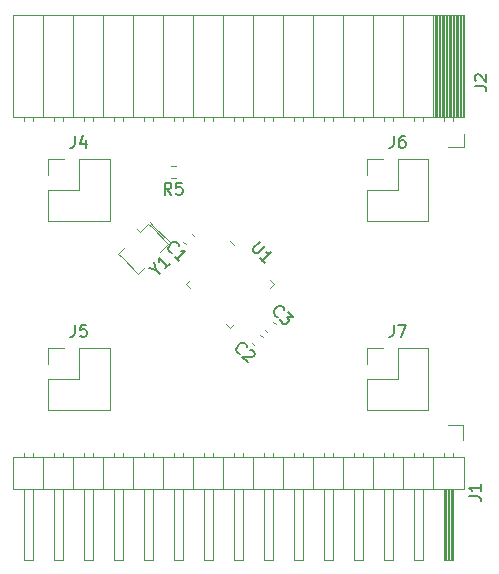
<source format=gto>
%TF.GenerationSoftware,KiCad,Pcbnew,7.0.1*%
%TF.CreationDate,2023-04-03T23:37:45-04:00*%
%TF.ProjectId,comm_v0p4,636f6d6d-5f76-4307-9034-2e6b69636164,rev?*%
%TF.SameCoordinates,Original*%
%TF.FileFunction,Legend,Top*%
%TF.FilePolarity,Positive*%
%FSLAX46Y46*%
G04 Gerber Fmt 4.6, Leading zero omitted, Abs format (unit mm)*
G04 Created by KiCad (PCBNEW 7.0.1) date 2023-04-03 23:37:45*
%MOMM*%
%LPD*%
G01*
G04 APERTURE LIST*
%ADD10C,0.150000*%
%ADD11C,0.120000*%
G04 APERTURE END LIST*
D10*
%TO.C,J7*%
X83166666Y-74922619D02*
X83166666Y-75636904D01*
X83166666Y-75636904D02*
X83119047Y-75779761D01*
X83119047Y-75779761D02*
X83023809Y-75875000D01*
X83023809Y-75875000D02*
X82880952Y-75922619D01*
X82880952Y-75922619D02*
X82785714Y-75922619D01*
X83547619Y-74922619D02*
X84214285Y-74922619D01*
X84214285Y-74922619D02*
X83785714Y-75922619D01*
%TO.C,J6*%
X83166666Y-58922619D02*
X83166666Y-59636904D01*
X83166666Y-59636904D02*
X83119047Y-59779761D01*
X83119047Y-59779761D02*
X83023809Y-59875000D01*
X83023809Y-59875000D02*
X82880952Y-59922619D01*
X82880952Y-59922619D02*
X82785714Y-59922619D01*
X84071428Y-58922619D02*
X83880952Y-58922619D01*
X83880952Y-58922619D02*
X83785714Y-58970238D01*
X83785714Y-58970238D02*
X83738095Y-59017857D01*
X83738095Y-59017857D02*
X83642857Y-59160714D01*
X83642857Y-59160714D02*
X83595238Y-59351190D01*
X83595238Y-59351190D02*
X83595238Y-59732142D01*
X83595238Y-59732142D02*
X83642857Y-59827380D01*
X83642857Y-59827380D02*
X83690476Y-59875000D01*
X83690476Y-59875000D02*
X83785714Y-59922619D01*
X83785714Y-59922619D02*
X83976190Y-59922619D01*
X83976190Y-59922619D02*
X84071428Y-59875000D01*
X84071428Y-59875000D02*
X84119047Y-59827380D01*
X84119047Y-59827380D02*
X84166666Y-59732142D01*
X84166666Y-59732142D02*
X84166666Y-59494047D01*
X84166666Y-59494047D02*
X84119047Y-59398809D01*
X84119047Y-59398809D02*
X84071428Y-59351190D01*
X84071428Y-59351190D02*
X83976190Y-59303571D01*
X83976190Y-59303571D02*
X83785714Y-59303571D01*
X83785714Y-59303571D02*
X83690476Y-59351190D01*
X83690476Y-59351190D02*
X83642857Y-59398809D01*
X83642857Y-59398809D02*
X83595238Y-59494047D01*
%TO.C,J5*%
X56166666Y-74922619D02*
X56166666Y-75636904D01*
X56166666Y-75636904D02*
X56119047Y-75779761D01*
X56119047Y-75779761D02*
X56023809Y-75875000D01*
X56023809Y-75875000D02*
X55880952Y-75922619D01*
X55880952Y-75922619D02*
X55785714Y-75922619D01*
X57119047Y-74922619D02*
X56642857Y-74922619D01*
X56642857Y-74922619D02*
X56595238Y-75398809D01*
X56595238Y-75398809D02*
X56642857Y-75351190D01*
X56642857Y-75351190D02*
X56738095Y-75303571D01*
X56738095Y-75303571D02*
X56976190Y-75303571D01*
X56976190Y-75303571D02*
X57071428Y-75351190D01*
X57071428Y-75351190D02*
X57119047Y-75398809D01*
X57119047Y-75398809D02*
X57166666Y-75494047D01*
X57166666Y-75494047D02*
X57166666Y-75732142D01*
X57166666Y-75732142D02*
X57119047Y-75827380D01*
X57119047Y-75827380D02*
X57071428Y-75875000D01*
X57071428Y-75875000D02*
X56976190Y-75922619D01*
X56976190Y-75922619D02*
X56738095Y-75922619D01*
X56738095Y-75922619D02*
X56642857Y-75875000D01*
X56642857Y-75875000D02*
X56595238Y-75827380D01*
%TO.C,J4*%
X56166666Y-58922619D02*
X56166666Y-59636904D01*
X56166666Y-59636904D02*
X56119047Y-59779761D01*
X56119047Y-59779761D02*
X56023809Y-59875000D01*
X56023809Y-59875000D02*
X55880952Y-59922619D01*
X55880952Y-59922619D02*
X55785714Y-59922619D01*
X57071428Y-59255952D02*
X57071428Y-59922619D01*
X56833333Y-58875000D02*
X56595238Y-59589285D01*
X56595238Y-59589285D02*
X57214285Y-59589285D01*
%TO.C,R5*%
X64333333Y-63892619D02*
X64000000Y-63416428D01*
X63761905Y-63892619D02*
X63761905Y-62892619D01*
X63761905Y-62892619D02*
X64142857Y-62892619D01*
X64142857Y-62892619D02*
X64238095Y-62940238D01*
X64238095Y-62940238D02*
X64285714Y-62987857D01*
X64285714Y-62987857D02*
X64333333Y-63083095D01*
X64333333Y-63083095D02*
X64333333Y-63225952D01*
X64333333Y-63225952D02*
X64285714Y-63321190D01*
X64285714Y-63321190D02*
X64238095Y-63368809D01*
X64238095Y-63368809D02*
X64142857Y-63416428D01*
X64142857Y-63416428D02*
X63761905Y-63416428D01*
X65238095Y-62892619D02*
X64761905Y-62892619D01*
X64761905Y-62892619D02*
X64714286Y-63368809D01*
X64714286Y-63368809D02*
X64761905Y-63321190D01*
X64761905Y-63321190D02*
X64857143Y-63273571D01*
X64857143Y-63273571D02*
X65095238Y-63273571D01*
X65095238Y-63273571D02*
X65190476Y-63321190D01*
X65190476Y-63321190D02*
X65238095Y-63368809D01*
X65238095Y-63368809D02*
X65285714Y-63464047D01*
X65285714Y-63464047D02*
X65285714Y-63702142D01*
X65285714Y-63702142D02*
X65238095Y-63797380D01*
X65238095Y-63797380D02*
X65190476Y-63845000D01*
X65190476Y-63845000D02*
X65095238Y-63892619D01*
X65095238Y-63892619D02*
X64857143Y-63892619D01*
X64857143Y-63892619D02*
X64761905Y-63845000D01*
X64761905Y-63845000D02*
X64714286Y-63797380D01*
%TO.C,C3*%
X73333534Y-74230763D02*
X73266191Y-74230763D01*
X73266191Y-74230763D02*
X73131504Y-74163420D01*
X73131504Y-74163420D02*
X73064160Y-74096076D01*
X73064160Y-74096076D02*
X72996817Y-73961389D01*
X72996817Y-73961389D02*
X72996817Y-73826702D01*
X72996817Y-73826702D02*
X73030488Y-73725687D01*
X73030488Y-73725687D02*
X73131504Y-73557328D01*
X73131504Y-73557328D02*
X73232519Y-73456313D01*
X73232519Y-73456313D02*
X73400878Y-73355298D01*
X73400878Y-73355298D02*
X73501893Y-73321626D01*
X73501893Y-73321626D02*
X73636580Y-73321626D01*
X73636580Y-73321626D02*
X73771267Y-73388969D01*
X73771267Y-73388969D02*
X73838610Y-73456313D01*
X73838610Y-73456313D02*
X73905954Y-73591000D01*
X73905954Y-73591000D02*
X73905954Y-73658343D01*
X74209000Y-73826702D02*
X74646732Y-74264435D01*
X74646732Y-74264435D02*
X74141656Y-74298107D01*
X74141656Y-74298107D02*
X74242671Y-74399122D01*
X74242671Y-74399122D02*
X74276343Y-74500137D01*
X74276343Y-74500137D02*
X74276343Y-74567481D01*
X74276343Y-74567481D02*
X74242671Y-74668496D01*
X74242671Y-74668496D02*
X74074313Y-74836855D01*
X74074313Y-74836855D02*
X73973297Y-74870527D01*
X73973297Y-74870527D02*
X73905954Y-74870527D01*
X73905954Y-74870527D02*
X73804939Y-74836855D01*
X73804939Y-74836855D02*
X73602908Y-74634824D01*
X73602908Y-74634824D02*
X73569236Y-74533809D01*
X73569236Y-74533809D02*
X73569236Y-74466466D01*
%TO.C,Y1*%
X63019371Y-70239863D02*
X63356089Y-70576580D01*
X62413280Y-70105176D02*
X63019371Y-70239863D01*
X63019371Y-70239863D02*
X62884684Y-69633771D01*
X64197883Y-69734786D02*
X63793822Y-70138847D01*
X63995852Y-69936817D02*
X63288746Y-69229710D01*
X63288746Y-69229710D02*
X63322417Y-69398069D01*
X63322417Y-69398069D02*
X63322417Y-69532756D01*
X63322417Y-69532756D02*
X63288746Y-69633771D01*
%TO.C,C1*%
X64411208Y-68803089D02*
X64343865Y-68803089D01*
X64343865Y-68803089D02*
X64209178Y-68735746D01*
X64209178Y-68735746D02*
X64141834Y-68668402D01*
X64141834Y-68668402D02*
X64074491Y-68533715D01*
X64074491Y-68533715D02*
X64074491Y-68399028D01*
X64074491Y-68399028D02*
X64108162Y-68298013D01*
X64108162Y-68298013D02*
X64209178Y-68129654D01*
X64209178Y-68129654D02*
X64310193Y-68028639D01*
X64310193Y-68028639D02*
X64478552Y-67927624D01*
X64478552Y-67927624D02*
X64579567Y-67893952D01*
X64579567Y-67893952D02*
X64714254Y-67893952D01*
X64714254Y-67893952D02*
X64848941Y-67961295D01*
X64848941Y-67961295D02*
X64916284Y-68028639D01*
X64916284Y-68028639D02*
X64983628Y-68163326D01*
X64983628Y-68163326D02*
X64983628Y-68230669D01*
X65017300Y-69543868D02*
X64613239Y-69139807D01*
X64815269Y-69341837D02*
X65522376Y-68634731D01*
X65522376Y-68634731D02*
X65354017Y-68668402D01*
X65354017Y-68668402D02*
X65219330Y-68668402D01*
X65219330Y-68668402D02*
X65118315Y-68634731D01*
%TO.C,C2*%
X70179388Y-77349553D02*
X70112045Y-77349553D01*
X70112045Y-77349553D02*
X69977358Y-77282210D01*
X69977358Y-77282210D02*
X69910014Y-77214866D01*
X69910014Y-77214866D02*
X69842671Y-77080179D01*
X69842671Y-77080179D02*
X69842671Y-76945492D01*
X69842671Y-76945492D02*
X69876342Y-76844477D01*
X69876342Y-76844477D02*
X69977358Y-76676118D01*
X69977358Y-76676118D02*
X70078373Y-76575103D01*
X70078373Y-76575103D02*
X70246732Y-76474088D01*
X70246732Y-76474088D02*
X70347747Y-76440416D01*
X70347747Y-76440416D02*
X70482434Y-76440416D01*
X70482434Y-76440416D02*
X70617121Y-76507759D01*
X70617121Y-76507759D02*
X70684464Y-76575103D01*
X70684464Y-76575103D02*
X70751808Y-76709790D01*
X70751808Y-76709790D02*
X70751808Y-76777133D01*
X71021182Y-77046508D02*
X71088525Y-77046508D01*
X71088525Y-77046508D02*
X71189541Y-77080179D01*
X71189541Y-77080179D02*
X71357899Y-77248538D01*
X71357899Y-77248538D02*
X71391571Y-77349553D01*
X71391571Y-77349553D02*
X71391571Y-77416897D01*
X71391571Y-77416897D02*
X71357899Y-77517912D01*
X71357899Y-77517912D02*
X71290556Y-77585256D01*
X71290556Y-77585256D02*
X71155869Y-77652599D01*
X71155869Y-77652599D02*
X70347747Y-77652599D01*
X70347747Y-77652599D02*
X70785480Y-78090332D01*
%TO.C,J1*%
X89512619Y-89418333D02*
X90226904Y-89418333D01*
X90226904Y-89418333D02*
X90369761Y-89465952D01*
X90369761Y-89465952D02*
X90465000Y-89561190D01*
X90465000Y-89561190D02*
X90512619Y-89704047D01*
X90512619Y-89704047D02*
X90512619Y-89799285D01*
X90512619Y-88418333D02*
X90512619Y-88989761D01*
X90512619Y-88704047D02*
X89512619Y-88704047D01*
X89512619Y-88704047D02*
X89655476Y-88799285D01*
X89655476Y-88799285D02*
X89750714Y-88894523D01*
X89750714Y-88894523D02*
X89798333Y-88989761D01*
%TO.C,J2*%
X90012619Y-54703333D02*
X90726904Y-54703333D01*
X90726904Y-54703333D02*
X90869761Y-54750952D01*
X90869761Y-54750952D02*
X90965000Y-54846190D01*
X90965000Y-54846190D02*
X91012619Y-54989047D01*
X91012619Y-54989047D02*
X91012619Y-55084285D01*
X90107857Y-54274761D02*
X90060238Y-54227142D01*
X90060238Y-54227142D02*
X90012619Y-54131904D01*
X90012619Y-54131904D02*
X90012619Y-53893809D01*
X90012619Y-53893809D02*
X90060238Y-53798571D01*
X90060238Y-53798571D02*
X90107857Y-53750952D01*
X90107857Y-53750952D02*
X90203095Y-53703333D01*
X90203095Y-53703333D02*
X90298333Y-53703333D01*
X90298333Y-53703333D02*
X90441190Y-53750952D01*
X90441190Y-53750952D02*
X91012619Y-54322380D01*
X91012619Y-54322380D02*
X91012619Y-53703333D01*
%TO.C,U1*%
X71842385Y-67867618D02*
X71269965Y-68440038D01*
X71269965Y-68440038D02*
X71236294Y-68541053D01*
X71236294Y-68541053D02*
X71236294Y-68608396D01*
X71236294Y-68608396D02*
X71269965Y-68709412D01*
X71269965Y-68709412D02*
X71404652Y-68844099D01*
X71404652Y-68844099D02*
X71505668Y-68877770D01*
X71505668Y-68877770D02*
X71573011Y-68877770D01*
X71573011Y-68877770D02*
X71674026Y-68844099D01*
X71674026Y-68844099D02*
X72246446Y-68271679D01*
X72246446Y-69685892D02*
X71842385Y-69281831D01*
X72044416Y-69483862D02*
X72751522Y-68776755D01*
X72751522Y-68776755D02*
X72583164Y-68810427D01*
X72583164Y-68810427D02*
X72448477Y-68810427D01*
X72448477Y-68810427D02*
X72347461Y-68776755D01*
D11*
%TO.C,J7*%
X80900000Y-79500000D02*
X80900000Y-82100000D01*
X80900000Y-76900000D02*
X80900000Y-78230000D01*
X82230000Y-76900000D02*
X80900000Y-76900000D01*
X83500000Y-79500000D02*
X80900000Y-79500000D01*
X83500000Y-76900000D02*
X83500000Y-79500000D01*
X86100000Y-82100000D02*
X80900000Y-82100000D01*
X86100000Y-76900000D02*
X83500000Y-76900000D01*
X86100000Y-76900000D02*
X86100000Y-82100000D01*
%TO.C,J6*%
X86100000Y-60900000D02*
X86100000Y-66100000D01*
X86100000Y-60900000D02*
X83500000Y-60900000D01*
X86100000Y-66100000D02*
X80900000Y-66100000D01*
X83500000Y-60900000D02*
X83500000Y-63500000D01*
X83500000Y-63500000D02*
X80900000Y-63500000D01*
X82230000Y-60900000D02*
X80900000Y-60900000D01*
X80900000Y-60900000D02*
X80900000Y-62230000D01*
X80900000Y-63500000D02*
X80900000Y-66100000D01*
%TO.C,J5*%
X59100000Y-76900000D02*
X59100000Y-82100000D01*
X59100000Y-76900000D02*
X56500000Y-76900000D01*
X59100000Y-82100000D02*
X53900000Y-82100000D01*
X56500000Y-76900000D02*
X56500000Y-79500000D01*
X56500000Y-79500000D02*
X53900000Y-79500000D01*
X55230000Y-76900000D02*
X53900000Y-76900000D01*
X53900000Y-76900000D02*
X53900000Y-78230000D01*
X53900000Y-79500000D02*
X53900000Y-82100000D01*
%TO.C,J4*%
X59100000Y-60900000D02*
X59100000Y-66100000D01*
X59100000Y-60900000D02*
X56500000Y-60900000D01*
X59100000Y-66100000D02*
X53900000Y-66100000D01*
X56500000Y-60900000D02*
X56500000Y-63500000D01*
X56500000Y-63500000D02*
X53900000Y-63500000D01*
X55230000Y-60900000D02*
X53900000Y-60900000D01*
X53900000Y-60900000D02*
X53900000Y-62230000D01*
X53900000Y-63500000D02*
X53900000Y-66100000D01*
%TO.C,R5*%
X64737258Y-62522500D02*
X64262742Y-62522500D01*
X64737258Y-61477500D02*
X64262742Y-61477500D01*
%TO.C,C3*%
X72961219Y-74639970D02*
X73160030Y-74838781D01*
X72239970Y-75361219D02*
X72438781Y-75560030D01*
%TO.C,Y1*%
X61527208Y-70619848D02*
X60112994Y-69205635D01*
X64214214Y-67932843D02*
X62800000Y-66518629D01*
X61668629Y-67084314D02*
X61385787Y-66801472D01*
X62658579Y-66660050D02*
X62375736Y-66377208D01*
X62800000Y-66518629D02*
X62517157Y-66235786D01*
X62658579Y-66660050D02*
X64072792Y-68074264D01*
X61668629Y-67084314D02*
X62375736Y-66377208D01*
X62092893Y-70054163D02*
X61527208Y-70619848D01*
X59830152Y-68922792D02*
X60395837Y-68357107D01*
X60112994Y-69205635D02*
X59830152Y-68922792D01*
X64072792Y-68074264D02*
X63365686Y-68781371D01*
%TO.C,C1*%
X65538781Y-68110030D02*
X65339970Y-67911219D01*
X66260030Y-67388781D02*
X66061219Y-67189970D01*
%TO.C,C2*%
X71861219Y-75739970D02*
X72060030Y-75938781D01*
X71139970Y-76461219D02*
X71338781Y-76660030D01*
%TO.C,J1*%
X51840000Y-94800000D02*
X51840000Y-88800000D01*
X52600000Y-94800000D02*
X51840000Y-94800000D01*
X54380000Y-94800000D02*
X54380000Y-88800000D01*
X55140000Y-94800000D02*
X54380000Y-94800000D01*
X56920000Y-94800000D02*
X56920000Y-88800000D01*
X57680000Y-94800000D02*
X56920000Y-94800000D01*
X59460000Y-94800000D02*
X59460000Y-88800000D01*
X60220000Y-94800000D02*
X59460000Y-94800000D01*
X62000000Y-94800000D02*
X62000000Y-88800000D01*
X62760000Y-94800000D02*
X62000000Y-94800000D01*
X64540000Y-94800000D02*
X64540000Y-88800000D01*
X65300000Y-94800000D02*
X64540000Y-94800000D01*
X67080000Y-94800000D02*
X67080000Y-88800000D01*
X67840000Y-94800000D02*
X67080000Y-94800000D01*
X69620000Y-94800000D02*
X69620000Y-88800000D01*
X70380000Y-94800000D02*
X69620000Y-94800000D01*
X72160000Y-94800000D02*
X72160000Y-88800000D01*
X72920000Y-94800000D02*
X72160000Y-94800000D01*
X74700000Y-94800000D02*
X74700000Y-88800000D01*
X75460000Y-94800000D02*
X74700000Y-94800000D01*
X77240000Y-94800000D02*
X77240000Y-88800000D01*
X78000000Y-94800000D02*
X77240000Y-94800000D01*
X79780000Y-94800000D02*
X79780000Y-88800000D01*
X80540000Y-94800000D02*
X79780000Y-94800000D01*
X82320000Y-94800000D02*
X82320000Y-88800000D01*
X83080000Y-94800000D02*
X82320000Y-94800000D01*
X84860000Y-94800000D02*
X84860000Y-88800000D01*
X85620000Y-94800000D02*
X84860000Y-94800000D01*
X87400000Y-94800000D02*
X87400000Y-88800000D01*
X88160000Y-94800000D02*
X87400000Y-94800000D01*
X50890000Y-88800000D02*
X89110000Y-88800000D01*
X52600000Y-88800000D02*
X52600000Y-94800000D01*
X55140000Y-88800000D02*
X55140000Y-94800000D01*
X57680000Y-88800000D02*
X57680000Y-94800000D01*
X60220000Y-88800000D02*
X60220000Y-94800000D01*
X62760000Y-88800000D02*
X62760000Y-94800000D01*
X65300000Y-88800000D02*
X65300000Y-94800000D01*
X67840000Y-88800000D02*
X67840000Y-94800000D01*
X70380000Y-88800000D02*
X70380000Y-94800000D01*
X72920000Y-88800000D02*
X72920000Y-94800000D01*
X75460000Y-88800000D02*
X75460000Y-94800000D01*
X78000000Y-88800000D02*
X78000000Y-94800000D01*
X80540000Y-88800000D02*
X80540000Y-94800000D01*
X83080000Y-88800000D02*
X83080000Y-94800000D01*
X85620000Y-88800000D02*
X85620000Y-94800000D01*
X87500000Y-88800000D02*
X87500000Y-94800000D01*
X87620000Y-88800000D02*
X87620000Y-94800000D01*
X87740000Y-88800000D02*
X87740000Y-94800000D01*
X87860000Y-88800000D02*
X87860000Y-94800000D01*
X87980000Y-88800000D02*
X87980000Y-94800000D01*
X88100000Y-88800000D02*
X88100000Y-94800000D01*
X88160000Y-88800000D02*
X88160000Y-94800000D01*
X89110000Y-88800000D02*
X89110000Y-86140000D01*
X50890000Y-86140000D02*
X50890000Y-88800000D01*
X53490000Y-86140000D02*
X53490000Y-88800000D01*
X56030000Y-86140000D02*
X56030000Y-88800000D01*
X58570000Y-86140000D02*
X58570000Y-88800000D01*
X61110000Y-86140000D02*
X61110000Y-88800000D01*
X63650000Y-86140000D02*
X63650000Y-88800000D01*
X66190000Y-86140000D02*
X66190000Y-88800000D01*
X68730000Y-86140000D02*
X68730000Y-88800000D01*
X71270000Y-86140000D02*
X71270000Y-88800000D01*
X73810000Y-86140000D02*
X73810000Y-88800000D01*
X76350000Y-86140000D02*
X76350000Y-88800000D01*
X78890000Y-86140000D02*
X78890000Y-88800000D01*
X81430000Y-86140000D02*
X81430000Y-88800000D01*
X83970000Y-86140000D02*
X83970000Y-88800000D01*
X86510000Y-86140000D02*
X86510000Y-88800000D01*
X89110000Y-86140000D02*
X50890000Y-86140000D01*
X87400000Y-85810000D02*
X87400000Y-86140000D01*
X88160000Y-85810000D02*
X88160000Y-86140000D01*
X51840000Y-85742929D02*
X51840000Y-86140000D01*
X52600000Y-85742929D02*
X52600000Y-86140000D01*
X54380000Y-85742929D02*
X54380000Y-86140000D01*
X55140000Y-85742929D02*
X55140000Y-86140000D01*
X56920000Y-85742929D02*
X56920000Y-86140000D01*
X57680000Y-85742929D02*
X57680000Y-86140000D01*
X59460000Y-85742929D02*
X59460000Y-86140000D01*
X60220000Y-85742929D02*
X60220000Y-86140000D01*
X62000000Y-85742929D02*
X62000000Y-86140000D01*
X62760000Y-85742929D02*
X62760000Y-86140000D01*
X64540000Y-85742929D02*
X64540000Y-86140000D01*
X65300000Y-85742929D02*
X65300000Y-86140000D01*
X67080000Y-85742929D02*
X67080000Y-86140000D01*
X67840000Y-85742929D02*
X67840000Y-86140000D01*
X69620000Y-85742929D02*
X69620000Y-86140000D01*
X70380000Y-85742929D02*
X70380000Y-86140000D01*
X72160000Y-85742929D02*
X72160000Y-86140000D01*
X72920000Y-85742929D02*
X72920000Y-86140000D01*
X74700000Y-85742929D02*
X74700000Y-86140000D01*
X75460000Y-85742929D02*
X75460000Y-86140000D01*
X77240000Y-85742929D02*
X77240000Y-86140000D01*
X78000000Y-85742929D02*
X78000000Y-86140000D01*
X79780000Y-85742929D02*
X79780000Y-86140000D01*
X80540000Y-85742929D02*
X80540000Y-86140000D01*
X82320000Y-85742929D02*
X82320000Y-86140000D01*
X83080000Y-85742929D02*
X83080000Y-86140000D01*
X84860000Y-85742929D02*
X84860000Y-86140000D01*
X85620000Y-85742929D02*
X85620000Y-86140000D01*
X87780000Y-83430000D02*
X89050000Y-83430000D01*
X89050000Y-83430000D02*
X89050000Y-84700000D01*
%TO.C,J2*%
X89110000Y-48660000D02*
X50890000Y-48660000D01*
X89110000Y-48660000D02*
X89110000Y-57290000D01*
X88990000Y-48660000D02*
X88990000Y-57290000D01*
X88871905Y-48660000D02*
X88871905Y-57290000D01*
X88753810Y-48660000D02*
X88753810Y-57290000D01*
X88635715Y-48660000D02*
X88635715Y-57290000D01*
X88517620Y-48660000D02*
X88517620Y-57290000D01*
X88399525Y-48660000D02*
X88399525Y-57290000D01*
X88281430Y-48660000D02*
X88281430Y-57290000D01*
X88163335Y-48660000D02*
X88163335Y-57290000D01*
X88045240Y-48660000D02*
X88045240Y-57290000D01*
X87927145Y-48660000D02*
X87927145Y-57290000D01*
X87809050Y-48660000D02*
X87809050Y-57290000D01*
X87690955Y-48660000D02*
X87690955Y-57290000D01*
X87572860Y-48660000D02*
X87572860Y-57290000D01*
X87454765Y-48660000D02*
X87454765Y-57290000D01*
X87336670Y-48660000D02*
X87336670Y-57290000D01*
X87218575Y-48660000D02*
X87218575Y-57290000D01*
X87100480Y-48660000D02*
X87100480Y-57290000D01*
X86982385Y-48660000D02*
X86982385Y-57290000D01*
X86864290Y-48660000D02*
X86864290Y-57290000D01*
X86746195Y-48660000D02*
X86746195Y-57290000D01*
X86628100Y-48660000D02*
X86628100Y-57290000D01*
X86510000Y-48660000D02*
X86510000Y-57290000D01*
X83970000Y-48660000D02*
X83970000Y-57290000D01*
X81430000Y-48660000D02*
X81430000Y-57290000D01*
X78890000Y-48660000D02*
X78890000Y-57290000D01*
X76350000Y-48660000D02*
X76350000Y-57290000D01*
X73810000Y-48660000D02*
X73810000Y-57290000D01*
X71270000Y-48660000D02*
X71270000Y-57290000D01*
X68730000Y-48660000D02*
X68730000Y-57290000D01*
X66190000Y-48660000D02*
X66190000Y-57290000D01*
X63650000Y-48660000D02*
X63650000Y-57290000D01*
X61110000Y-48660000D02*
X61110000Y-57290000D01*
X58570000Y-48660000D02*
X58570000Y-57290000D01*
X56030000Y-48660000D02*
X56030000Y-57290000D01*
X53490000Y-48660000D02*
X53490000Y-57290000D01*
X50890000Y-48660000D02*
X50890000Y-57290000D01*
X89110000Y-57290000D02*
X50890000Y-57290000D01*
X88140000Y-57290000D02*
X88140000Y-57640000D01*
X87420000Y-57290000D02*
X87420000Y-57640000D01*
X85600000Y-57290000D02*
X85600000Y-57700000D01*
X84880000Y-57290000D02*
X84880000Y-57700000D01*
X83060000Y-57290000D02*
X83060000Y-57700000D01*
X82340000Y-57290000D02*
X82340000Y-57700000D01*
X80520000Y-57290000D02*
X80520000Y-57700000D01*
X79800000Y-57290000D02*
X79800000Y-57700000D01*
X77980000Y-57290000D02*
X77980000Y-57700000D01*
X77260000Y-57290000D02*
X77260000Y-57700000D01*
X75440000Y-57290000D02*
X75440000Y-57700000D01*
X74720000Y-57290000D02*
X74720000Y-57700000D01*
X72900000Y-57290000D02*
X72900000Y-57700000D01*
X72180000Y-57290000D02*
X72180000Y-57700000D01*
X70360000Y-57290000D02*
X70360000Y-57700000D01*
X69640000Y-57290000D02*
X69640000Y-57700000D01*
X67820000Y-57290000D02*
X67820000Y-57700000D01*
X67100000Y-57290000D02*
X67100000Y-57700000D01*
X65280000Y-57290000D02*
X65280000Y-57700000D01*
X64560000Y-57290000D02*
X64560000Y-57700000D01*
X62740000Y-57290000D02*
X62740000Y-57700000D01*
X62020000Y-57290000D02*
X62020000Y-57700000D01*
X60200000Y-57290000D02*
X60200000Y-57700000D01*
X59480000Y-57290000D02*
X59480000Y-57700000D01*
X57660000Y-57290000D02*
X57660000Y-57700000D01*
X56940000Y-57290000D02*
X56940000Y-57700000D01*
X55120000Y-57290000D02*
X55120000Y-57700000D01*
X54400000Y-57290000D02*
X54400000Y-57700000D01*
X52580000Y-57290000D02*
X52580000Y-57700000D01*
X51860000Y-57290000D02*
X51860000Y-57700000D01*
X89110000Y-58750000D02*
X89110000Y-59860000D01*
X89110000Y-59860000D02*
X87780000Y-59860000D01*
%TO.C,U1*%
X65608903Y-71487500D02*
X65944778Y-71151624D01*
X69635876Y-68132278D02*
X69300000Y-67796403D01*
X65944778Y-71823376D02*
X65608903Y-71487500D01*
X72655222Y-71151624D02*
X72991097Y-71487500D01*
X68964124Y-74842722D02*
X69300000Y-75178597D01*
X72991097Y-71487500D02*
X72655222Y-71823376D01*
X69300000Y-75178597D02*
X69635876Y-74842722D01*
%TD*%
M02*

</source>
